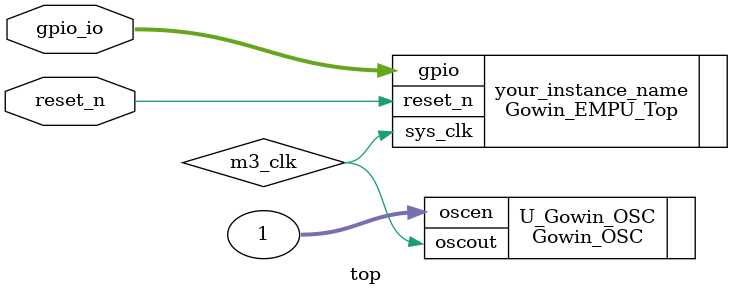
<source format=v>


module top(
    inout [15:0] gpio_io,
    input reset_n  
);


wire m3_clk;

    Gowin_OSC U_Gowin_OSC(
        .oscout  (m3_clk), 
        .oscen   (1)
    );



	Gowin_EMPU_Top your_instance_name(
		.sys_clk (m3_clk),  //input sys_clk
		.gpio    (gpio_io), //inout [15:0] gpio
		.reset_n (reset_n)  //input reset_n
	);


endmodule

</source>
